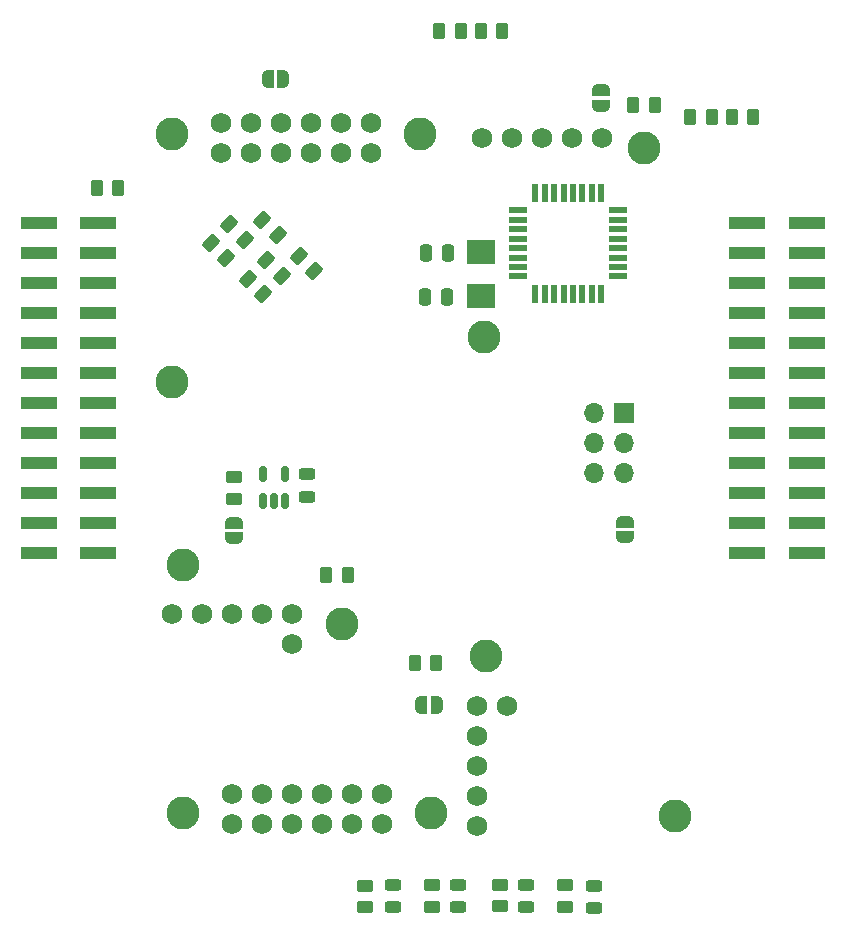
<source format=gbr>
%TF.GenerationSoftware,KiCad,Pcbnew,6.0.1*%
%TF.CreationDate,2022-02-08T14:41:30-06:00*%
%TF.ProjectId,POWER,504f5745-522e-46b6-9963-61645f706362,rev?*%
%TF.SameCoordinates,Original*%
%TF.FileFunction,Soldermask,Top*%
%TF.FilePolarity,Negative*%
%FSLAX46Y46*%
G04 Gerber Fmt 4.6, Leading zero omitted, Abs format (unit mm)*
G04 Created by KiCad (PCBNEW 6.0.1) date 2022-02-08 14:41:30*
%MOMM*%
%LPD*%
G01*
G04 APERTURE LIST*
G04 Aperture macros list*
%AMRoundRect*
0 Rectangle with rounded corners*
0 $1 Rounding radius*
0 $2 $3 $4 $5 $6 $7 $8 $9 X,Y pos of 4 corners*
0 Add a 4 corners polygon primitive as box body*
4,1,4,$2,$3,$4,$5,$6,$7,$8,$9,$2,$3,0*
0 Add four circle primitives for the rounded corners*
1,1,$1+$1,$2,$3*
1,1,$1+$1,$4,$5*
1,1,$1+$1,$6,$7*
1,1,$1+$1,$8,$9*
0 Add four rect primitives between the rounded corners*
20,1,$1+$1,$2,$3,$4,$5,0*
20,1,$1+$1,$4,$5,$6,$7,0*
20,1,$1+$1,$6,$7,$8,$9,0*
20,1,$1+$1,$8,$9,$2,$3,0*%
%AMFreePoly0*
4,1,22,0.500000,-0.750000,0.000000,-0.750000,0.000000,-0.745033,-0.079941,-0.743568,-0.215256,-0.701293,-0.333266,-0.622738,-0.424486,-0.514219,-0.481581,-0.384460,-0.499164,-0.250000,-0.500000,-0.250000,-0.500000,0.250000,-0.499164,0.250000,-0.499963,0.256109,-0.478152,0.396186,-0.417904,0.524511,-0.324060,0.630769,-0.204165,0.706417,-0.067858,0.745374,0.000000,0.744959,0.000000,0.750000,
0.500000,0.750000,0.500000,-0.750000,0.500000,-0.750000,$1*%
%AMFreePoly1*
4,1,20,0.000000,0.744959,0.073905,0.744508,0.209726,0.703889,0.328688,0.626782,0.421226,0.519385,0.479903,0.390333,0.500000,0.250000,0.500000,-0.250000,0.499851,-0.262216,0.476331,-0.402017,0.414519,-0.529596,0.319384,-0.634700,0.198574,-0.708877,0.061801,-0.746166,0.000000,-0.745033,0.000000,-0.750000,-0.500000,-0.750000,-0.500000,0.750000,0.000000,0.750000,0.000000,0.744959,
0.000000,0.744959,$1*%
G04 Aperture macros list end*
%ADD10RoundRect,0.243750X-0.456250X0.243750X-0.456250X-0.243750X0.456250X-0.243750X0.456250X0.243750X0*%
%ADD11C,2.800000*%
%ADD12C,1.750000*%
%ADD13RoundRect,0.243750X0.456250X-0.243750X0.456250X0.243750X-0.456250X0.243750X-0.456250X-0.243750X0*%
%ADD14R,3.150000X1.000000*%
%ADD15RoundRect,0.250000X0.503814X0.132583X0.132583X0.503814X-0.503814X-0.132583X-0.132583X-0.503814X0*%
%ADD16RoundRect,0.250000X0.250000X0.475000X-0.250000X0.475000X-0.250000X-0.475000X0.250000X-0.475000X0*%
%ADD17FreePoly0,0.000000*%
%ADD18FreePoly1,0.000000*%
%ADD19RoundRect,0.250000X0.450000X-0.262500X0.450000X0.262500X-0.450000X0.262500X-0.450000X-0.262500X0*%
%ADD20RoundRect,0.250000X0.262500X0.450000X-0.262500X0.450000X-0.262500X-0.450000X0.262500X-0.450000X0*%
%ADD21R,1.600000X0.550000*%
%ADD22R,0.550000X1.600000*%
%ADD23RoundRect,0.250000X-0.262500X-0.450000X0.262500X-0.450000X0.262500X0.450000X-0.262500X0.450000X0*%
%ADD24FreePoly0,90.000000*%
%ADD25FreePoly1,90.000000*%
%ADD26RoundRect,0.250000X-0.450000X0.262500X-0.450000X-0.262500X0.450000X-0.262500X0.450000X0.262500X0*%
%ADD27RoundRect,0.150000X0.150000X-0.512500X0.150000X0.512500X-0.150000X0.512500X-0.150000X-0.512500X0*%
%ADD28R,1.700000X1.700000*%
%ADD29O,1.700000X1.700000*%
%ADD30R,2.400000X2.000000*%
%ADD31FreePoly0,180.000000*%
%ADD32FreePoly1,180.000000*%
G04 APERTURE END LIST*
D10*
%TO.C,D5*%
X86490000Y-162002500D03*
X86490000Y-163877500D03*
%TD*%
D11*
%TO.C,U7*%
X83000000Y-115650000D03*
X96500000Y-99650000D03*
D12*
X92920000Y-98820000D03*
X90380000Y-98820000D03*
X87840000Y-98820000D03*
X85300000Y-98820000D03*
X82760000Y-98820000D03*
%TD*%
D11*
%TO.C,U5*%
X83160000Y-142670000D03*
X99160000Y-156170000D03*
D12*
X82330000Y-146890000D03*
X82330000Y-149430000D03*
X82330000Y-151970000D03*
X82330000Y-154510000D03*
X82330000Y-157050000D03*
X84870000Y-146890000D03*
%TD*%
D13*
%TO.C,D3*%
X80800000Y-163907500D03*
X80800000Y-162032500D03*
%TD*%
D14*
%TO.C,J1*%
X110316000Y-133950000D03*
X105266000Y-133950000D03*
X110316000Y-131410000D03*
X105266000Y-131410000D03*
X110316000Y-128870000D03*
X105266000Y-128870000D03*
X110316000Y-126330000D03*
X105266000Y-126330000D03*
X110316000Y-123790000D03*
X105266000Y-123790000D03*
X110316000Y-121250000D03*
X105266000Y-121250000D03*
X110316000Y-118710000D03*
X105266000Y-118710000D03*
X110316000Y-116170000D03*
X105266000Y-116170000D03*
X110316000Y-113630000D03*
X105266000Y-113630000D03*
X110316000Y-111090000D03*
X105266000Y-111090000D03*
X110316000Y-108550000D03*
X105266000Y-108550000D03*
X110316000Y-106010000D03*
X105266000Y-106010000D03*
%TD*%
D13*
%TO.C,D2*%
X75230000Y-163907500D03*
X75230000Y-162032500D03*
%TD*%
D15*
%TO.C,R3*%
X65836235Y-110425235D03*
X64545765Y-109134765D03*
%TD*%
D16*
%TO.C,C1*%
X79850000Y-112200000D03*
X77950000Y-112200000D03*
%TD*%
D17*
%TO.C,JP3*%
X64650000Y-93800000D03*
D18*
X65950000Y-93800000D03*
%TD*%
D19*
%TO.C,R20*%
X89840000Y-163882500D03*
X89840000Y-162057500D03*
%TD*%
D15*
%TO.C,R10*%
X65481470Y-106970470D03*
X64191000Y-105680000D03*
%TD*%
D20*
%TO.C,R6*%
X102262500Y-97010000D03*
X100437500Y-97010000D03*
%TD*%
D21*
%TO.C,U2*%
X85850000Y-104900000D03*
X85850000Y-105700000D03*
X85850000Y-106500000D03*
X85850000Y-107300000D03*
X85850000Y-108100000D03*
X85850000Y-108900000D03*
X85850000Y-109700000D03*
X85850000Y-110500000D03*
D22*
X87300000Y-111950000D03*
X88100000Y-111950000D03*
X88900000Y-111950000D03*
X89700000Y-111950000D03*
X90500000Y-111950000D03*
X91300000Y-111950000D03*
X92100000Y-111950000D03*
X92900000Y-111950000D03*
D21*
X94350000Y-110500000D03*
X94350000Y-109700000D03*
X94350000Y-108900000D03*
X94350000Y-108100000D03*
X94350000Y-107300000D03*
X94350000Y-106500000D03*
X94350000Y-105700000D03*
X94350000Y-104900000D03*
D22*
X92900000Y-103450000D03*
X92100000Y-103450000D03*
X91300000Y-103450000D03*
X90500000Y-103450000D03*
X89700000Y-103450000D03*
X88900000Y-103450000D03*
X88100000Y-103450000D03*
X87300000Y-103450000D03*
%TD*%
D19*
%TO.C,R16*%
X72930000Y-163912500D03*
X72930000Y-162087500D03*
%TD*%
D10*
%TO.C,D4*%
X92240000Y-162092500D03*
X92240000Y-163967500D03*
%TD*%
D13*
%TO.C,D1*%
X68000000Y-129137500D03*
X68000000Y-127262500D03*
%TD*%
D15*
%TO.C,R2*%
X61136235Y-108925235D03*
X59845765Y-107634765D03*
%TD*%
D23*
%TO.C,R23*%
X95607500Y-96000000D03*
X97432500Y-96000000D03*
%TD*%
D11*
%TO.C,U6*%
X57450000Y-155930000D03*
X70950000Y-139930000D03*
D12*
X66730000Y-139100000D03*
X64190000Y-139100000D03*
X61650000Y-139100000D03*
X59110000Y-139100000D03*
X56570000Y-139100000D03*
X66730000Y-141640000D03*
%TD*%
D24*
%TO.C,JP6*%
X92891000Y-96030000D03*
D25*
X92891000Y-94730000D03*
%TD*%
D26*
%TO.C,R13*%
X61800000Y-127487500D03*
X61800000Y-129312500D03*
%TD*%
D16*
%TO.C,C2*%
X79950000Y-108500000D03*
X78050000Y-108500000D03*
%TD*%
D23*
%TO.C,R8*%
X82687500Y-89700000D03*
X84512500Y-89700000D03*
%TD*%
D27*
%TO.C,U1*%
X64250000Y-129537500D03*
X65200000Y-129537500D03*
X66150000Y-129537500D03*
X66150000Y-127262500D03*
X64250000Y-127262500D03*
%TD*%
D23*
%TO.C,R22*%
X69587500Y-135800000D03*
X71412500Y-135800000D03*
%TD*%
%TO.C,R7*%
X79187500Y-89700000D03*
X81012500Y-89700000D03*
%TD*%
D15*
%TO.C,R9*%
X68581470Y-110070470D03*
X67291000Y-108780000D03*
%TD*%
D24*
%TO.C,JP1*%
X61800000Y-132650000D03*
D25*
X61800000Y-131350000D03*
%TD*%
D15*
%TO.C,R4*%
X62691000Y-107380000D03*
X61400530Y-106089530D03*
%TD*%
D11*
%TO.C,U4*%
X77556000Y-98408600D03*
X56556000Y-98408600D03*
X56556000Y-119408600D03*
D12*
X60706000Y-100018600D03*
X63246000Y-100018600D03*
X65786000Y-100018600D03*
X68326000Y-100018600D03*
X70866000Y-100018600D03*
X73406000Y-100018600D03*
X60706000Y-97478600D03*
X63246000Y-97478600D03*
X65786000Y-97478600D03*
X68326000Y-97478600D03*
X70866000Y-97478600D03*
X73406000Y-97478600D03*
%TD*%
D20*
%TO.C,R5*%
X105762500Y-97010000D03*
X103937500Y-97010000D03*
%TD*%
D26*
%TO.C,R21*%
X84310000Y-162017500D03*
X84310000Y-163842500D03*
%TD*%
D28*
%TO.C,J5*%
X94781000Y-122055000D03*
D29*
X92241000Y-122055000D03*
X94781000Y-124595000D03*
X92241000Y-124595000D03*
X94781000Y-127135000D03*
X92241000Y-127135000D03*
%TD*%
D30*
%TO.C,Y1*%
X82700000Y-112150000D03*
X82700000Y-108450000D03*
%TD*%
D31*
%TO.C,JP4*%
X78950000Y-146800000D03*
D32*
X77650000Y-146800000D03*
%TD*%
D14*
%TO.C,J3*%
X45266000Y-106010000D03*
X50316000Y-106010000D03*
X45266000Y-108550000D03*
X50316000Y-108550000D03*
X45266000Y-111090000D03*
X50316000Y-111090000D03*
X45266000Y-113630000D03*
X50316000Y-113630000D03*
X45266000Y-116170000D03*
X50316000Y-116170000D03*
X45266000Y-118710000D03*
X50316000Y-118710000D03*
X45266000Y-121250000D03*
X50316000Y-121250000D03*
X45266000Y-123790000D03*
X50316000Y-123790000D03*
X45266000Y-126330000D03*
X50316000Y-126330000D03*
X45266000Y-128870000D03*
X50316000Y-128870000D03*
X45266000Y-131410000D03*
X50316000Y-131410000D03*
X45266000Y-133950000D03*
X50316000Y-133950000D03*
%TD*%
D24*
%TO.C,S1*%
X94920000Y-132570000D03*
D25*
X94920000Y-131270000D03*
%TD*%
D23*
%TO.C,R15*%
X50187500Y-103000000D03*
X52012500Y-103000000D03*
%TD*%
D19*
%TO.C,R17*%
X78550000Y-163882500D03*
X78550000Y-162057500D03*
%TD*%
D20*
%TO.C,R19*%
X78912500Y-143200000D03*
X77087500Y-143200000D03*
%TD*%
D15*
%TO.C,R1*%
X64236235Y-112025235D03*
X62945765Y-110734765D03*
%TD*%
D11*
%TO.C,U3*%
X57460000Y-155930000D03*
X57460000Y-134930000D03*
X78460000Y-155930000D03*
D12*
X61610000Y-154320000D03*
X64150000Y-154320000D03*
X66690000Y-154320000D03*
X69230000Y-154320000D03*
X71770000Y-154320000D03*
X74310000Y-154320000D03*
X61610000Y-156860000D03*
X64150000Y-156860000D03*
X66690000Y-156860000D03*
X69230000Y-156860000D03*
X71770000Y-156860000D03*
X74310000Y-156860000D03*
%TD*%
M02*

</source>
